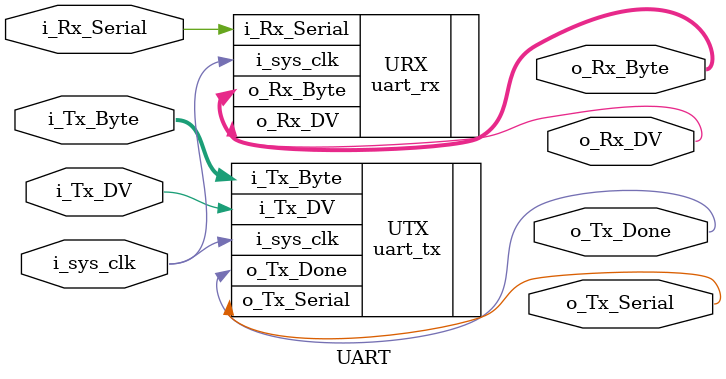
<source format=v>
`timescale 1ns / 1ps


module UART #(parameter CLKS_PER_BIT = 434)(
input i_sys_clk,
input i_Rx_Serial,
input i_Tx_DV,
input [7:0] i_Tx_Byte,
output o_Tx_Serial,
output o_Rx_DV,
output [7:0] o_Rx_Byte,
output o_Tx_Done
    );
    
    uart_rx #(.CLKS_PER_BIT(CLKS_PER_BIT)) URX (
        .i_sys_clk(i_sys_clk),
        .i_Rx_Serial(i_Rx_Serial),
        .o_Rx_DV(o_Rx_DV),
        .o_Rx_Byte(o_Rx_Byte)
    );
    
    uart_tx #(.CLKS_PER_BIT(CLKS_PER_BIT)) UTX (
        .i_sys_clk(i_sys_clk),
        .i_Tx_DV(i_Tx_DV),
        .i_Tx_Byte(i_Tx_Byte),
        .o_Tx_Serial(o_Tx_Serial),
        .o_Tx_Done(o_Tx_Done)  
    );
    
endmodule
</source>
